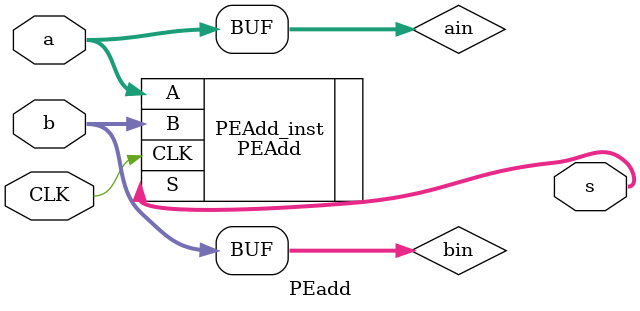
<source format=v>

`timescale 1ns/1ps

module PE (
  input               weight_CE,
  input               feature_CE,
  input      [7:0]    weight_0,
  input      [7:0]    weight_1,
  input      [7:0]    weight_2,
  input      [7:0]    weight_3,
  input      [7:0]    weight_4,
  input      [7:0]    weight_5,
  input      [7:0]    weight_6,
  input      [7:0]    weight_7,
  input      [7:0]    weight_8,
  input      [7:0]    feature,
  output reg [7:0]    feature_out,
  output reg [31:0]   result,
  output              computeDone,
  output              weightDone,
  input               clk,
  input               reset
);

  wire       [7:0]    peMul_1_b;
  wire       [31:0]   peMul_1_p;
  wire       [31:0]   peAdd_1_s;
  reg        [7:0]    _zz_b;
  reg        [7:0]    weight_reg_0;
  reg        [7:0]    weight_reg_1;
  reg        [7:0]    weight_reg_2;
  reg        [7:0]    weight_reg_3;
  reg        [7:0]    weight_reg_4;
  reg        [7:0]    weight_reg_5;
  reg        [7:0]    weight_reg_6;
  reg        [7:0]    weight_reg_7;
  reg        [7:0]    weight_reg_8;
  reg        [3:0]    counter;
  reg                 computeDoneTmp;
  wire       [31:0]   mulOut;
  reg        [31:0]   addBin;
  wire                addBClear;
  wire       [31:0]   addOut;
  wire                when_PE_l48;
  reg                 computeDoneTmp_delay_1;
  reg                 computeDoneTmp_delay_2;
  reg                 computeDoneTmp_delay_3;
  reg                 computeDoneTmp_delay_4;
  reg                 computeDoneTmp_delay_1_1;
  reg                 computeDoneTmp_delay_2_1;
  reg                 computeDoneTmp_delay_3_1;

  PEmul peMul_1 (
    .a   (feature[7:0]   ), //i
    .b   (peMul_1_b[7:0] ), //i
    .p   (peMul_1_p[31:0]), //o
    .CLK (clk            )  //i
  );
  PEadd peAdd_1 (
    .a   (mulOut[31:0]   ), //i
    .b   (addBin[31:0]   ), //i
    .s   (peAdd_1_s[31:0]), //o
    .CLK (clk            )  //i
  );
  always @(*) begin
    case(counter)
      4'b0000 : _zz_b = weight_reg_0;
      4'b0001 : _zz_b = weight_reg_1;
      4'b0010 : _zz_b = weight_reg_2;
      4'b0011 : _zz_b = weight_reg_3;
      4'b0100 : _zz_b = weight_reg_4;
      4'b0101 : _zz_b = weight_reg_5;
      4'b0110 : _zz_b = weight_reg_6;
      4'b0111 : _zz_b = weight_reg_7;
      default : _zz_b = weight_reg_8;
    endcase
  end

  assign when_PE_l48 = (counter == 4'b1000);
  always @(*) begin
    if(addBClear) begin
      addBin = 32'h0;
    end else begin
      addBin = addOut;
    end
  end

  assign weightDone = ((counter == 4'b1000) ? 1'b1 : 1'b0);
  assign computeDone = computeDoneTmp_delay_4;
  assign addBClear = computeDoneTmp_delay_3_1;
  assign peMul_1_b = _zz_b;
  assign mulOut = peMul_1_p;
  assign addOut = peAdd_1_s;
  always @(posedge clk) begin
    if(reset) begin
      feature_out <= 8'h0;
      result <= 32'h0;
      weight_reg_0 <= 8'h0;
      weight_reg_1 <= 8'h0;
      weight_reg_2 <= 8'h0;
      weight_reg_3 <= 8'h0;
      weight_reg_4 <= 8'h0;
      weight_reg_5 <= 8'h0;
      weight_reg_6 <= 8'h0;
      weight_reg_7 <= 8'h0;
      weight_reg_8 <= 8'h0;
      counter <= 4'b0000;
      computeDoneTmp <= 1'b0;
    end else begin
      if(weight_CE) begin
        weight_reg_0 <= weight_0;
        weight_reg_1 <= weight_1;
        weight_reg_2 <= weight_2;
        weight_reg_3 <= weight_3;
        weight_reg_4 <= weight_4;
        weight_reg_5 <= weight_5;
        weight_reg_6 <= weight_6;
        weight_reg_7 <= weight_7;
        weight_reg_8 <= weight_8;
      end
      if(feature_CE) begin
        if(when_PE_l48) begin
          counter <= 4'b0000;
          computeDoneTmp <= 1'b1;
        end else begin
          counter <= (counter + 4'b0001);
          computeDoneTmp <= 1'b0;
        end
      end
      result <= addOut;
      feature_out <= feature;
    end
  end

  always @(posedge clk) begin
    computeDoneTmp_delay_1 <= computeDoneTmp;
    computeDoneTmp_delay_2 <= computeDoneTmp_delay_1;
    computeDoneTmp_delay_3 <= computeDoneTmp_delay_2;
    computeDoneTmp_delay_4 <= computeDoneTmp_delay_3;
    computeDoneTmp_delay_1_1 <= computeDoneTmp;
    computeDoneTmp_delay_2_1 <= computeDoneTmp_delay_1_1;
    computeDoneTmp_delay_3_1 <= computeDoneTmp_delay_2_1;
  end


endmodule

module PEmul (
              input             [7:0] a       ,  //feature
              input             [7:0] b       ,  //weight
              output           [31:0] p      ,
              input             CLK
          );

          wire signed       [7:0]   bin;
          assign bin = $signed(b);

          
          PEMul PEMul_inst (
            .CLK(CLK),  // input wire CLK
            .A(a),      // input wire [7 : 0] A
            .B(bin),      // input wire [7 : 0] B
            .P(p)      // output wire [31 : 0] P
          );

endmodule
      

module PEadd (
              input             [31:0] a       ,
              input             [31:0] b       ,
              output           [31:0] s      ,
              input             CLK
          );

            wire  signed       [31:0]   ain,bin;
            assign ain = $signed(a);
            assign bin = $signed(b);


          
          PEAdd PEAdd_inst (
            .CLK(CLK),  // input wire CLK
            .A(ain),      // input wire [31 : 0] A
            .B(bin),      // input wire [31 : 0] B
            .S(s)      // output wire [31 : 0] P
          );

endmodule
      

</source>
